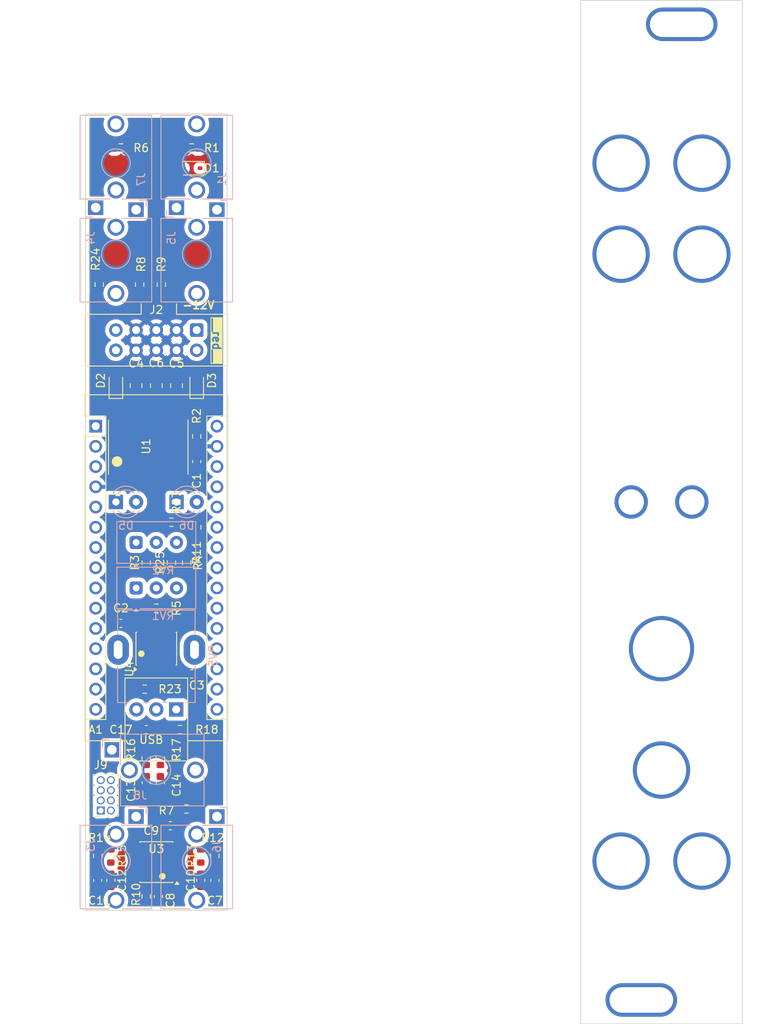
<source format=kicad_pcb>
(kicad_pcb (version 20241229) (generator "pcbnew") (generator_version "9.0")
  (layers (0 "F.Cu" signal) (2 "B.Cu" signal) (13 "F.Paste" user) (15 "B.Paste" user) (5 "F.SilkS" user "F.Silkscreen") (7 "B.SilkS" user "B.Silkscreen") (1 "F.Mask" user) (3 "B.Mask" user) (25 "Edge.Cuts" user))
  (net 0 "")
  (net 1 "B_GND")
  (net 4 "CLOCK2")
  (net 9 "B_+12V")
  (net 14 "B_+5V")
  (net 16 "Net-(C7-Pad1)")
  (net 23 "Net-(J7-PadT)")
  (net 24 "Net-(J7-PadR)")
  (net 25 "B_-12V")
  (net 26 "Net-(D1-A)")
  (net 27 "Net-(D1-K)")
  (net 28 "C_GND")
  (net 29 "Net-(J1-PadT)")
  (net 30 "Net-(J3-PadT)")
  (net 32 "Net-(J4-PadT)")
  (net 34 "Net-(J5-PadT)")
  (net 35 "Net-(J6-PadT)")
  (net 38 "Net-(C11-Pad1)")
  (net 39 "MIDI_IN")
  (net 40 "Net-(C13-Pad1)")
  (net 43 "CLOCK")
  (net 44 "Net-(R10-Pad2)")
  (net 45 "Net-(D5-K)")
  (net 46 "Net-(D6-K)")
  (net 48 "Net-(J8-PadT)")
  (net 49 "Net-(R3-Pad2)")
  (net 50 "Net-(U3B-+)")
  (net 51 "Net-(R25-Pad1)")
  (net 53 "GATE")
  (net 54 "PITCH")
  (net 55 "CC")
  (net 56 "+12V")
  (net 57 "-12V")
  (net 58 "Net-(U3A-+)")
  (net 59 "Net-(U4A-+)")
  (net 60 "Net-(U3A--)")
  (net 61 "Net-(U3B--)")
  (net 62 "Net-(U4B--)")
  (net 63 "Net-(U4A--)")
  (net 64 "Net-(R18-Pad1)")
  (net 73 "SLEW_OUT")
  (net 74 "SLEW_IN")
  (footprint "Capacitor_SMD:C_0805_2012Metric" (layer "F.Cu") (at 127 79.375 90)
    (property "Reference" "C6" (at 2.86 0 180) (layer "F.SilkS"))
    (property "Value" "10u")
    (pad "1" smd roundrect (at -0.95 0 90) (size 1 1.45) (layers "F.Cu" "F.Mask" "F.Paste") (net 14 "B_+5V"))
    (pad "2" smd roundrect (at 0.95 0 90) (size 1 1.45) (layers "F.Cu" "F.Mask" "F.Paste") (net 1 "B_GND"))
  )
  (footprint "Custom:DrillHole_D6.00" (layer "F.Cu") (at 185.42 139.065)
    (property "Reference" "H4" (hide yes))
    (property "Value" "6mm")
    (pad "" thru_hole circle (at 0 0) (size 7.2 7.2) (drill 6.2) (layers "*.Cu" "*.Mask"))
  )
  (footprint "Resistor_SMD:R_0603_1608Metric" (layer "F.Cu") (at 131.445 49.53)
    (property "Reference" "R1" (at 2.54 0 0) (layer "F.SilkS"))
    (property "Value" "220R")
    (pad "1" smd roundrect (at -0.825 0) (size 0.8 0.95) (layers "F.Cu" "F.Mask" "F.Paste") (net 29 "Net-(J1-PadT)"))
    (pad "2" smd roundrect (at 0.825 0) (size 0.8 0.95) (layers "F.Cu" "F.Mask" "F.Paste") (net 27 "Net-(D1-K)"))
  )
  (footprint "Diode_SMD:D_SOD-323" (layer "F.Cu") (at 132.08 79.375 90)
    (property "Reference" "D3" (at 0.635 1.905 90) (layer "F.SilkS"))
    (property "Value" "1N5819WS")
    (pad "1" smd roundrect (at -1.05 0 90) (size 0.6 0.45) (layers "F.Cu" "F.Mask" "F.Paste") (net 57 "-12V"))
    (pad "2" smd roundrect (at 1.05 0 90) (size 0.6 0.45) (layers "F.Cu" "F.Mask" "F.Paste") (net 25 "B_-12V"))
  )
  (footprint "Capacitor_SMD:C_0603_1608Metric" (layer "F.Cu") (at 122.555 109.22 180)
    (property "Reference" "C2" (at 0 1.905 180) (layer "F.SilkS"))
    (property "Value" "100n")
    (pad "1" smd roundrect (at -0.775 0 180) (size 0.9 0.95) (layers "F.Cu" "F.Mask" "F.Paste") (net 9 "B_+12V"))
    (pad "2" smd roundrect (at 0.775 0 180) (size 0.9 0.95) (layers "F.Cu" "F.Mask" "F.Paste") (net 1 "B_GND"))
  )
  (footprint "Capacitor_SMD:C_0603_1608Metric" (layer "F.Cu") (at 134.366 141.478 -90)
    (property "Reference" "C7" (at 2.54 0 180) (layer "F.SilkS"))
    (property "Value" "1n")
    (pad "1" smd roundrect (at -0.775 0 270) (size 0.9 0.95) (layers "F.Cu" "F.Mask" "F.Paste") (net 16 "Net-(C7-Pad1)"))
    (pad "2" smd roundrect (at 0.775 0 270) (size 0.9 0.95) (layers "F.Cu" "F.Mask" "F.Paste") (net 1 "B_GND"))
  )
  (footprint "Diode_SMD:D_SOD-323" (layer "F.Cu") (at 131.445 52.07 180)
    (property "Reference" "D1" (at -2.54 0 0) (layer "F.SilkS"))
    (property "Value" "1N4148WS")
    (pad "1" smd roundrect (at -1.05 0 180) (size 0.6 0.45) (layers "F.Cu" "F.Mask" "F.Paste") (net 27 "Net-(D1-K)"))
    (pad "2" smd roundrect (at 1.05 0 180) (size 0.6 0.45) (layers "F.Cu" "F.Mask" "F.Paste") (net 26 "Net-(D1-A)"))
  )
  (footprint "Resistor_SMD:R_0603_1608Metric" (layer "F.Cu") (at 127 107.315)
    (property "Reference" "R5" (at 2.54 0 270) (layer "F.SilkS"))
    (property "Value" "220R")
    (pad "1" smd roundrect (at -0.825 0) (size 0.8 0.95) (layers "F.Cu" "F.Mask" "F.Paste") (net 62 "Net-(U4B--)"))
    (pad "2" smd roundrect (at 0.825 0) (size 0.8 0.95) (layers "F.Cu" "F.Mask" "F.Paste") (net 24 "Net-(J7-PadR)"))
  )
  (footprint "Capacitor_SMD:C_0603_1608Metric" (layer "F.Cu") (at 119.634 141.478 -90)
    (property "Reference" "C11" (at 2.54 -0.254 180) (layer "F.SilkS"))
    (property "Value" "1n")
    (pad "1" smd roundrect (at -0.775 0 270) (size 0.9 0.95) (layers "F.Cu" "F.Mask" "F.Paste") (net 38 "Net-(C11-Pad1)"))
    (pad "2" smd roundrect (at 0.775 0 270) (size 0.9 0.95) (layers "F.Cu" "F.Mask" "F.Paste") (net 1 "B_GND"))
  )
  (footprint "Resistor_SMD:R_0603_1608Metric" (layer "F.Cu") (at 130.81 101.6 -90)
    (property "Reference" "R4" (at 0 -1.43 90) (layer "F.SilkS"))
    (property "Value" "100k")
    (pad "1" smd roundrect (at -0.825 0 270) (size 0.8 0.95) (layers "F.Cu" "F.Mask" "F.Paste") (net 61 "Net-(U3B--)"))
    (pad "2" smd roundrect (at 0.825 0 270) (size 0.8 0.95) (layers "F.Cu" "F.Mask" "F.Paste") (net 14 "B_+5V"))
  )
  (footprint "Diode_SMD:D_SOD-323" (layer "F.Cu") (at 121.92 79.375 90)
    (property "Reference" "D2" (at 0.635 -1.905 90) (layer "F.SilkS"))
    (property "Value" "1N5819WS")
    (pad "1" smd roundrect (at -1.05 0 90) (size 0.6 0.45) (layers "F.Cu" "F.Mask" "F.Paste") (net 9 "B_+12V"))
    (pad "2" smd roundrect (at 1.05 0 90) (size 0.6 0.45) (layers "F.Cu" "F.Mask" "F.Paste") (net 56 "+12V"))
  )
  (footprint "Resistor_SMD:R_0603_1608Metric" (layer "F.Cu") (at 130.81 132.525 180)
    (property "Reference" "R7" (at 2.54 -0.19 0) (layer "F.SilkS"))
    (property "Value" "1k")
    (pad "1" smd roundrect (at -0.825 0 180) (size 0.8 0.95) (layers "F.Cu" "F.Mask" "F.Paste") (net 74 "SLEW_IN"))
    (pad "2" smd roundrect (at 0.825 0 180) (size 0.8 0.95) (layers "F.Cu" "F.Mask" "F.Paste") (net 60 "Net-(U3A--)"))
  )
  (footprint "Resistor_SMD:R_0603_1608Metric" (layer "F.Cu") (at 132.08 97.155 90)
    (property "Reference" "R11" (at -3.175 0 90) (layer "F.SilkS"))
    (property "Value" "1k")
    (pad "1" smd roundrect (at -0.825 0 90) (size 0.8 0.95) (layers "F.Cu" "F.Mask" "F.Paste") (net 35 "Net-(J6-PadT)"))
    (pad "2" smd roundrect (at 0.825 0 90) (size 0.8 0.95) (layers "F.Cu" "F.Mask" "F.Paste") (net 53 "GATE"))
  )
  (footprint "Capacitor_SMD:C_0805_2012Metric" (layer "F.Cu") (at 129.54 79.375 -90)
    (property "Reference" "C5" (at -2.794 0 180) (layer "F.SilkS"))
    (property "Value" "10u")
    (pad "1" smd roundrect (at -0.95 0 270) (size 1 1.45) (layers "F.Cu" "F.Mask" "F.Paste") (net 1 "B_GND"))
    (pad "2" smd roundrect (at 0.95 0 270) (size 1 1.45) (layers "F.Cu" "F.Mask" "F.Paste") (net 25 "B_-12V"))
  )
  (footprint "Custom:DrillHole_D6.00" (layer "F.Cu") (at 185.42 51.435)
    (property "Reference" "H1" (hide yes))
    (property "Value" "6mm")
    (pad "" thru_hole circle (at 0 0) (size 7.2 7.2) (drill 6.2) (layers "*.Cu" "*.Mask"))
  )
  (footprint "Custom:DrillHole_D6.00" (layer "F.Cu") (at 195.58 62.865)
    (property "Reference" "H6" (hide yes))
    (property "Value" "6mm")
    (pad "" thru_hole circle (at 0 0) (size 7.2 7.2) (drill 6.2) (layers "*.Cu" "*.Mask"))
  )
  (footprint "Custom:DrillHole_D3.00" (layer "F.Cu") (at 194.31 93.98)
    (property "Reference" "H9" (hide yes))
    (property "Value" "3mm")
    (pad "" thru_hole circle (at 0 0) (size 4.2 4.2) (drill 3.2) (layers "*.Cu" "*.Mask"))
  )
  (footprint "Resistor_SMD:R_0603_1608Metric" (layer "F.Cu") (at 125.73 143.51 90)
    (property "Reference" "R10" (at 0.254 -1.27 90) (layer "F.SilkS"))
    (property "Value" "1k")
    (pad "1" smd roundrect (at -0.825 0 90) (size 0.8 0.95) (layers "F.Cu" "F.Mask" "F.Paste") (net 30 "Net-(J3-PadT)"))
    (pad "2" smd roundrect (at 0.825 0 90) (size 0.8 0.95) (layers "F.Cu" "F.Mask" "F.Paste") (net 44 "Net-(R10-Pad2)"))
  )
  (footprint "Resistor_SMD:R_0603_1608Metric" (layer "F.Cu") (at 121.285 138.43 90)
    (property "Reference" "R15" (at 0 1.397 90) (layer "F.SilkS"))
    (property "Value" "15k")
    (pad "1" smd roundrect (at -0.825 0 90) (size 0.8 0.95) (layers "F.Cu" "F.Mask" "F.Paste") (net 50 "Net-(U3B-+)"))
    (pad "2" smd roundrect (at 0.825 0 90) (size 0.8 0.95) (layers "F.Cu" "F.Mask" "F.Paste") (net 38 "Net-(C11-Pad1)"))
  )
  (footprint "Resistor_SMD:R_0603_1608Metric" (layer "F.Cu") (at 134.366 138.43 90)
    (property "Reference" "R12" (at 2.286 -0.254 0) (layer "F.SilkS"))
    (property "Value" "15k")
    (pad "1" smd roundrect (at -0.825 0 90) (size 0.8 0.95) (layers "F.Cu" "F.Mask" "F.Paste") (net 16 "Net-(C7-Pad1)"))
    (pad "2" smd roundrect (at 0.825 0 90) (size 0.8 0.95) (layers "F.Cu" "F.Mask" "F.Paste") (net 54 "PITCH"))
  )
  (footprint "Capacitor_SMD:C_0603_1608Metric" (layer "F.Cu") (at 132.588 141.478 -90)
    (property "Reference" "C10" (at 0 1.27 90) (layer "F.SilkS"))
    (property "Value" "1n")
    (pad "1" smd roundrect (at -0.775 0 270) (size 0.9 0.95) (layers "F.Cu" "F.Mask" "F.Paste") (net 58 "Net-(U3A-+)"))
    (pad "2" smd roundrect (at 0.775 0 270) (size 0.9 0.95) (layers "F.Cu" "F.Mask" "F.Paste") (net 1 "B_GND"))
  )
  (footprint "Custom:Front_Plate_4hp_cut" (layer "F.Cu") (at 190.5 95.25)
    (property "Reference" "B3" (hide yes))
    (property "Value" "Front_Plate" (hide yes))
    (fp_rect (start -10.16 -64.25) (end 10.16 64.25) (stroke (width 0.1)) (fill no) (layer "Edge.Cuts"))
    (pad "" thru_hole oval (at -2.54 61.25) (size 9 4.2) (drill oval 8 3.2) (layers "*.Cu" "*.Mask"))
    (pad "" thru_hole oval (at 2.54 -61.25) (size 9 4.2) (drill oval 8 3.2) (layers "*.Cu" "*.Mask"))
  )
  (footprint "Resistor_SMD:R_0603_1608Metric" (layer "F.Cu") (at 127.635 66.675 -90)
    (property "Reference" "R9" (at -2.54 0 90) (layer "F.SilkS"))
    (property "Value" "1k")
    (pad "1" smd roundrect (at -0.825 0 270) (size 0.8 0.95) (layers "F.Cu" "F.Mask" "F.Paste") (net 34 "Net-(J5-PadT)"))
    (pad "2" smd roundrect (at 0.825 0 270) (size 0.8 0.95) (layers "F.Cu" "F.Mask" "F.Paste") (net 4 "CLOCK2"))
  )
  (footprint "Custom:DrillHole_D7.00" (layer "F.Cu") (at 190.5 112.395)
    (property "Reference" "H10" (hide yes))
    (property "Value" "7mm")
    (pad "" thru_hole circle (at 0 0) (size 8.2 8.2) (drill 7.2) (layers "*.Cu" "*.Mask"))
  )
  (footprint "Capacitor_SMD:C_0603_1608Metric" (layer "F.Cu") (at 121.285 141.478 -90)
    (property "Reference" "C12" (at 0 -1.397 270) (layer "F.SilkS"))
    (property "Value" "1n")
    (pad "1" smd roundrect (at -0.775 0 270) (size 0.9 0.95) (layers "F.Cu" "F.Mask" "F.Paste") (net 50 "Net-(U3B-+)"))
    (pad "2" smd roundrect (at 0.775 0 270) (size 0.9 0.95) (layers "F.Cu" "F.Mask" "F.Paste") (net 1 "B_GND"))
  )
  (footprint "Capacitor_SMD:C_0805_2012Metric" (layer "F.Cu") (at 124.46 79.375 90)
    (property "Reference" "C4" (at 2.794 0 180) (layer "F.SilkS"))
    (property "Value" "10u")
    (pad "1" smd roundrect (at -0.95 0 90) (size 1 1.45) (layers "F.Cu" "F.Mask" "F.Paste") (net 9 "B_+12V"))
    (pad "2" smd roundrect (at 0.95 0 90) (size 1 1.45) (layers "F.Cu" "F.Mask" "F.Paste") (net 1 "B_GND"))
  )
  (footprint "Resistor_SMD:R_0603_1608Metric" (layer "F.Cu") (at 119.634 138.43 90)
    (property "Reference" "R14" (at 2.286 0.254 0) (layer "F.SilkS"))
    (property "Value" "15k")
    (pad "1" smd roundrect (at -0.825 0 90) (size 0.8 0.95) (layers "F.Cu" "F.Mask" "F.Paste") (net 38 "Net-(C11-Pad1)"))
    (pad "2" smd roundrect (at 0.825 0 90) (size 0.8 0.95) (layers "F.Cu" "F.Mask" "F.Paste") (net 73 "SLEW_OUT"))
  )
  (footprint "Package_SO:SOP-8_6.605x9.655mm_P2.54mm" (layer "F.Cu") (at 125.984 87.09 90)
    (property "Reference" "U1" (at 0.095 -0.254 90) (layer "F.SilkS"))
    (property "Value" "6N137")
    (pad "1" smd roundrect (at -4.35 -3.81 90) (size 2.3 1.85) (layers "F.Cu" "F.Mask" "F.Paste") (roundrect_rratio 0.135135))
    (pad "2" smd roundrect (at -4.35 -1.27 90) (size 2.3 1.85) (layers "F.Cu" "F.Mask" "F.Paste") (roundrect_rratio 0.135135) (net 27 "Net-(D1-K)"))
    (pad "3" smd roundrect (at -4.35 1.27 90) (size 2.3 1.85) (layers "F.Cu" "F.Mask" "F.Paste") (roundrect_rratio 0.135135) (net 26 "Net-(D1-A)"))
    (pad "4" smd roundrect (at -4.35 3.81 90) (size 2.3 1.85) (layers "F.Cu" "F.Mask" "F.Paste") (roundrect_rratio 0.135135))
    (pad "5" smd roundrect (at 4.35 3.81 90) (size 2.3 1.85) (layers "F.Cu" "F.Mask" "F.Paste") (roundrect_rratio 0.135135) (net 1 "B_GND"))
    (pad "6" smd roundrect (at 4.35 1.27 90) (size 2.3 1.85) (layers "F.Cu" "F.Mask" "F.Paste") (roundrect_rratio 0.135135) (net 39 "MIDI_IN"))
    (pad "7" smd roundrect (at 4.35 -1.27 90) (size 2.3 1.85) (layers "F.Cu" "F.Mask" "F.Paste") (roundrect_rratio 0.135135))
    (pad "8" smd roundrect (at 4.35 -3.81 90) (size 2.3 1.85) (layers "F.Cu" "F.Mask" "F.Paste") (roundrect_rratio 0.135135) (net 14 "B_+5V"))
  )
  (footprint "Package_SO:SOIC-8_3.9x4.9mm_P1.27mm" (layer "F.Cu") (at 127 112.395 90)
    (property "Reference" "U4" (at -2.54 -3.4 90) (layer "F.SilkS"))
    (property "Value" "TL072")
    (pad "1" smd roundrect (at -2.475 -1.905 90) (size 1.95 0.6) (layers "F.Cu" "F.Mask" "F.Paste") (net 63 "Net-(U4A--)"))
    (pad "2" smd roundrect (at -2.475 -0.635 90) (size 1.95 0.6) (layers "F.Cu" "F.Mask" "F.Paste") (net 63 "Net-(U4A--)"))
    (pad "3" smd roundrect (at -2.475 0.635 90) (size 1.95 0.6) (layers "F.Cu" "F.Mask" "F.Paste") (net 59 "Net-(U4A-+)"))
    (pad "4" smd roundrect (at -2.475 1.905 90) (size 1.95 0.6) (layers "F.Cu" "F.Mask" "F.Paste") (net 25 "B_-12V"))
    (pad "5" smd roundrect (at 2.475 1.905 90) (size 1.95 0.6) (layers "F.Cu" "F.Mask" "F.Paste") (net 39 "MIDI_IN"))
    (pad "6" smd roundrect (at 2.475 0.635 90) (size 1.95 0.6) (layers "F.Cu" "F.Mask" "F.Paste") (net 62 "Net-(U4B--)"))
    (pad "7" smd roundrect (at 2.475 -0.635 90) (size 1.95 0.6) (layers "F.Cu" "F.Mask" "F.Paste") (net 62 "Net-(U4B--)"))
    (pad "8" smd roundrect (at 2.475 -1.905 90) (size 1.95 0.6) (layers "F.Cu" "F.Mask" "F.Paste") (net 9 "B_+12V"))
  )
  (footprint "Resistor_SMD:R_0603_1608Metric" (layer "F.Cu") (at 129.985 122.555)
    (property "Reference" "R18" (at 3.365 0 0) (layer "F.SilkS"))
    (property "Value" "100")
    (pad "1" smd roundrect (at -0.825 0) (size 0.8 0.95) (layers "F.Cu" "F.Mask" "F.Paste") (net 64 "Net-(R18-Pad1)"))
    (pad "2" smd roundrect (at 0.825 0) (size 0.8 0.95) (layers "F.Cu" "F.Mask" "F.Paste") (net 74 "SLEW_IN"))
  )
  (footprint "Capacitor_SMD:C_0603_1608Metric" (layer "F.Cu") (at 128.765 134.62)
    (property "Reference" "C9" (at -2.4 0.635 180) (layer "F.SilkS"))
    (property "Value" "100n")
    (pad "1" smd roundrect (at -0.775 0) (size 0.9 0.95) (layers "F.Cu" "F.Mask" "F.Paste") (net 1 "B_GND"))
    (pad "2" smd roundrect (at 0.775 0) (size 0.9 0.95) (layers "F.Cu" "F.Mask" "F.Paste") (net 25 "B_-12V"))
  )
  (footprint "Resistor_SMD:R_0603_1608Metric" (layer "F.Cu") (at 128.905 96.52 180)
    (property "Reference" "R27" (at -0.635 2.54 90) (layer "F.SilkS"))
    (property "Value" "1k")
    (pad "1" smd roundrect (at -0.825 0 180) (size 0.8 0.95) (layers "F.Cu" "F.Mask" "F.Paste") (net 46 "Net-(D6-K)"))
    (pad "2" smd roundrect (at 0.825 0 180) (size 0.8 0.95) (layers "F.Cu" "F.Mask" "F.Paste") (net 28 "C_GND"))
  )
  (footprint "Resistor_SMD:R_0603_1608Metric" (layer "F.Cu") (at 132.588 138.43 90)
    (property "Reference" "R13" (at 0 -1.143 90) (layer "F.SilkS"))
    (property "Value" "15k")
    (pad "1" smd roundrect (at -0.825 0 90) (size 0.8 0.95) (layers "F.Cu" "F.Mask" "F.Paste") (net 58 "Net-(U3A-+)"))
    (pad "2" smd roundrect (at 0.825 0 90) (size 0.8 0.95) (layers "F.Cu" "F.Mask" "F.Paste") (net 16 "Net-(C7-Pad1)"))
  )
  (footprint "Resistor_SMD:R_0603_1608Metric" (layer "F.Cu") (at 127.508 126.175 90)
    (property "Reference" "R17" (at 1.08 2.032 270) (layer "F.SilkS"))
    (property "Value" "15k")
    (pad "1" smd roundrect (at -0.825 0 90) (size 0.8 0.95) (layers "F.Cu" "F.Mask" "F.Paste") (net 59 "Net-(U4A-+)"))
    (pad "2" smd roundrect (at 0.825 0 90) (size 0.8 0.95) (layers "F.Cu" "F.Mask" "F.Paste") (net 40 "Net-(C13-Pad1)"))
  )
  (footprint "Resistor_SMD:R_0603_1608Metric" (layer "F.Cu") (at 122.555 49.53)
    (property "Reference" "R6" (at 2.54 0 0) (layer "F.SilkS"))
    (property "Value" "220R")
    (pad "1" smd roundrect (at -0.825 0) (size 0.8 0.95) (layers "F.Cu" "F.Mask" "F.Paste") (net 14 "B_+5V"))
    (pad "2" smd roundrect (at 0.825 0) (size 0.8 0.95) (layers "F.Cu" "F.Mask" "F.Paste") (net 23 "Net-(J7-PadT)"))
  )
  (footprint "Custom:DrillHole_D6.00" (layer "F.Cu") (at 195.58 51.435)
    (property "Reference" "H5" (hide yes))
    (property "Value" "6mm")
    (pad "" thru_hole circle (at 0 0) (size 7.2 7.2) (drill 6.2) (layers "*.Cu" "*.Mask"))
  )
  (footprint "Connector_PinSocket_1.27mm:PinSocket_2x04_P1.27mm_Vertical" (layer "F.Cu") (at 120.015 132.715 180)
    (property "Reference" "J9" (at 0 5.715 180) (layer "F.SilkS"))
    (property "Value" "Conn_02x04_Odd_Even")
    (pad "1" thru_hole rect (at 0 0 180) (size 1 1) (drill 0.7) (layers "*.Cu" "*.Mask"))
    (pad "2" thru_hole circle (at -1.27 0 180) (size 1 1) (drill 0.7) (layers "*.Cu" "*.Mask"))
    (pad "3" thru_hole circle (at 0 1.27 180) (size 1 1) (drill 0.7) (layers "*.Cu" "*.Mask"))
    (pad "4" thru_hole circle (at -1.27 1.27 180) (size 1 1) (drill 0.7) (layers "*.Cu" "*.Mask"))
    (pad "5" thru_hole circle (at 0 2.54 180) (size 1 1) (drill 0.7) (layers "*.Cu" "*.Mask"))
    (pad "6" thru_hole circle (at -1.27 2.54 180) (size 1 1) (drill 0.7) (layers "*.Cu" "*.Mask"))
    (pad "7" thru_hole circle (at 0 3.81 180) (size 1 1) (drill 0.7) (layers "*.Cu" "*.Mask"))
    (pad "8" thru_hole circle (at -1.27 3.81 180) (size 1 1) (drill 0.7) (layers "*.Cu" "*.Mask"))
  )
  (footprint "Custom:Board_4hp_100mm" (layer "F.Cu") (at 127 95.25)
    (property "Reference" "B2" (hide yes))
    (property "Value" "Board" (hide yes))
    (fp_rect (start -8.89 -50) (end 8.89 50) (stroke (width 0.1)) (fill no) (layer "Edge.Cuts"))
  )
  (footprint "Custom:DrillHole_D3.00" (layer "F.Cu") (at 186.69 93.98)
    (property "Reference" "H8" (hide yes))
    (property "Value" "3mm")
    (pad "" thru_hole circle (at 0 0) (size 4.2 4.2) (drill 3.2) (layers "*.Cu" "*.Mask"))
  )
  (footprint "Custom:IDC-Header_2x05_P2.54mm_Vertical_PinOnly" (layer "F.Cu") (at 132.08 72.39 -90)
    (property "Reference" "J2" (at -2.54 5.08 0) (layer "F.SilkS"))
    (property "Value" "EuroPower10_THT")
    (fp_text user "-12V" (at -2.54 1.905 0) (layer "F.SilkS") (effects (font (thickness 0.2) (bold yes)) (justify left bottom)))
    (fp_text user "__red__" (at -1.524 -1.905 270) (layer "F.SilkS" knockout) (effects (font (thickness 0.2) (bold yes)) (justify left bottom)))
    (pad "1" thru_hole roundrect (at 0 0 270) (size 1.7 1.7) (drill 1) (layers "*.Cu" "*.Mask") (roundrect_rratio 0.147059) (net 57 "-12V"))
    (pad "2" thru_hole circle (at 2.54 0 270) (size 1.7 1.7) (drill 1) (layers "*.Cu" "*.Mask") (net 57 "-12V"))
    (pad "3" thru_hole circle (at 0 2.54 270) (size 1.7 1.7) (drill 1) (layers "*.Cu" "*.Mask") (net 1 "B_GND"))
    (pad "4" thru_hole circle (at 2.54 2.54 270) (size 1.7 1.7) (drill 1) (layers "*.Cu" "*.Mask") (net 1 "B_GND"))
    (pad "5" thru_hole circle (at 0 5.08 270) (size 1.7 1.7) (drill 1) (layers "*.Cu" "*.Mask") (net 1 "B_GND"))
    (pad "6" thru_hole circle (at 2.54 5.08 270) (size 1.7 1.7) (drill 1) (layers "*.Cu" "*.Mask") (net 1 "B_GND"))
    (pad "7" thru_hole circle (at 0 7.62 270) (size 1.7 1.7) (drill 1) (layers "*.Cu" "*.Mask") (net 1 "B_GND"))
    (pad "8" thru_hole circle (at 2.54 7.62 270) (size 1.7 1.7) (drill 1) (layers "*.Cu" "*.Mask") (net 1 "B_GND"))
    (pad "9" thru_hole circle (at 0 10.16 270) (size 1.7 1.7) (drill 1) (layers "*.Cu" "*.Mask") (net 56 "+12V"))
    (pad "10" thru_hole circle (at 2.54 10.16 270) (size 1.7 1.7) (drill 1) (layers "*.Cu" "*.Mask") (net 56 "+12V"))
  )
  (footprint "Capacitor_SMD:C_0603_1608Metric" (layer "F.Cu") (at 132.08 88.9 90)
    (property "Reference" "C1" (at -2.413 0 90) (layer "F.SilkS"))
    (property "Value" "100n")
    (pad "1" smd roundrect (at -0.775 0 90) (size 0.9 0.95) (layers "F.Cu" "F.Mask" "F.Paste") (net 14 "B_+5V"))
    (pad "2" smd roundrect (at 0.775 0 90) (size 0.9 0.95) (layers "F.Cu" "F.Mask" "F.Paste") (net 1 "B_GND"))
  )
  (footprint "Resistor_SMD:R_0603_1608Metric" (layer "F.Cu") (at 125.54 117.475)
    (property "Reference" "R23" (at 3.175 0 0) (layer "F.SilkS"))
    (property "Value" "1k")
    (pad "1" smd roundrect (at -0.825 0) (size 0.8 0.95) (layers "F.Cu" "F.Mask" "F.Paste") (net 48 "Net-(J8-PadT)"))
    (pad "2" smd roundrect (at 0.825 0) (size 0.8 0.95) (layers "F.Cu" "F.Mask" "F.Paste") (net 63 "Net-(U4A--)"))
  )
  (footprint "Capacitor_SMD:C_0603_1608Metric" (layer "F.Cu") (at 125.73 129.223 -90)
    (property "Reference" "C13" (at 0.952 1.905 270) (layer "F.SilkS"))
    (property "Value" "1n")
    (pad "1" smd roundrect (at -0.775 0 270) (size 0.9 0.95) (layers "F.Cu" "F.Mask" "F.Paste") (net 40 "Net-(C13-Pad1)"))
    (pad "2" smd roundrect (at 0.775 0 270) (size 0.9 0.95) (layers "F.Cu" "F.Mask" "F.Paste") (net 1 "B_GND"))
  )
  (footprint "Resistor_SMD:R_0603_1608Metric" (layer "F.Cu") (at 124.905 66.675 -90)
    (property "Reference" "R8" (at -2.54 -0.19 90) (layer "F.SilkS"))
    (property "Value" "1k")
    (pad "1" smd roundrect (at -0.825 0 270) (size 0.8 0.95) (layers "F.Cu" "F.Mask" "F.Paste") (net 32 "Net-(J4-PadT)"))
    (pad "2" smd roundrect (at 0.825 0 270) (size 0.8 0.95) (layers "F.Cu" "F.Mask" "F.Paste") (net 43 "CLOCK"))
  )
  (footprint "Capacitor_SMD:C_0603_1608Metric" (layer "F.Cu") (at 125.73 122.555)
    (property "Reference" "C17" (at -3.175 0 0) (layer "F.SilkS"))
    (property "Value" "10n")
    (pad "1" smd roundrect (at -0.775 0) (size 0.9 0.95) (layers "F.Cu" "F.Mask" "F.Paste") (net 73 "SLEW_OUT"))
    (pad "2" smd roundrect (at 0.775 0) (size 0.9 0.95) (layers "F.Cu" "F.Mask" "F.Paste") (net 1 "B_GND"))
  )
  (footprint "Module:Arduino_Nano" (layer "F.Cu") (at 119.38 84.455)
    (property "Reference" "A1" (at 0 38.1 0) (layer "F.SilkS"))
    (property "Value" "Arduino_Nano_v3.x")
    (fp_text user "USB" (at 6.985 39.37 0) (layer "F.SilkS"))
    (pad "1" thru_hole rect (at 0 0) (size 1.6 1.6) (drill 1) (layers "*.Cu" "*.Mask") (net 43 "CLOCK"))
    (pad "2" thru_hole oval (at 0 2.54) (size 1.6 1.6) (drill 1) (layers "*.Cu" "*.Mask") (net 4 "CLOCK2"))
    (pad "3" thru_hole oval (at 0 5.08) (size 1.6 1.6) (drill 1) (layers "*.Cu" "*.Mask"))
    (pad "4" thru_hole oval (at 0 7.62) (size 1.6 1.6) (drill 1) (layers "*.Cu" "*.Mask") (net 1 "B_GND"))
    (pad "5" thru_hole oval (at 0 10.16) (size 1.6 1.6) (drill 1) (layers "*.Cu" "*.Mask"))
    (pad "6" thru_hole oval (at 0 12.7) (size 1.6 1.6) (drill 1) (layers "*.Cu" "*.Mask"))
    (pad "7" thru_hole oval (at 0 15.24) (size 1.6 1.6) (drill 1) (layers "*.Cu" "*.Mask"))
    (pad "8" thru_hole oval (at 0 17.78) (size 1.6 1.6) (drill 1) (layers "*.Cu" "*.Mask"))
    (pad "9" thru_hole oval (at 0 20.32) (size 1.6 1.6) (drill 1) (layers "*.Cu" "*.Mask"))
    (pad "10" thru_hole oval (at 0 22.86) (size 1.6 1.6) (drill 1) (layers "*.Cu" "*.Mask"))
    (pad "11" thru_hole oval (at 0 25.4) (size 1.6 1.6) (drill 1) (layers "*.Cu" "*.Mask"))
    (pad "12" thru_hole oval (at 0 27.94) (size 1.6 1.6) (drill 1) (layers "*.Cu" "*.Mask") (net 55 "CC"))
    (pad "13" thru_hole oval (at 0 30.48) (size 1.6 1.6) (drill 1) (layers "*.Cu" "*.Mask"))
    (pad "14" thru_hole oval (at 0 33.02) (size 1.6 1.6) (drill 1) (layers "*.Cu" "*.Mask"))
    (pad "15" thru_hole oval (at 0 35.56) (size 1.6 1.6) (drill 1) (layers "*.Cu" "*.Mask"))
    (pad "16" thru_hole oval (at 15.24 35.56) (size 1.6 1.6) (drill 1) (layers "*.Cu" "*.Mask") (net 54 "PITCH"))
    (pad "17" thru_hole oval (at 15.24 33.02) (size 1.6 1.6) (drill 1) (layers "*.Cu" "*.Mask"))
    (pad "18" thru_hole oval (at 15.24 30.48) (size 1.6 1.6) (drill 1) (layers "*.Cu" "*.Mask"))
    (pad "19" thru_hole oval (at 15.24 27.94) (size 1.6 1.6) (drill 1) (layers "*.Cu" "*.Mask"))
    (pad "20" thru_hole oval (at 15.24 25.4) (size 1.6 1.6) (drill 1) (layers "*.Cu" "*.Mask"))
    (pad "21" thru_hole oval (at 15.24 22.86) (size 1.6 1.6) (drill 1) (layers "*.Cu" "*.Mask") (net 39 "MIDI_IN"))
    (pad "22" thru_hole oval (at 15.24 20.32) (size 1.6 1.6) (drill 1) (layers "*.Cu" "*.Mask"))
    (pad "23" thru_hole oval (at 15.24 17.78) (size 1.6 1.6) (drill 1) (layers "*.Cu" "*.Mask"))
    (pad "24" thru_hole oval (at 15.24 15.24) (size 1.6 1.6) (drill 1) (layers "*.Cu" "*.Mask"))
    (pad "25" thru_hole oval (at 15.24 12.7) (size 1.6 1.6) (drill 1) (layers "*.Cu" "*.Mask"))
    (pad "26" thru_hole oval (at 15.24 10.16) (size 1.6 1.6) (drill 1) (layers "*.Cu" "*.Mask") (net 53 "GATE"))
    (pad "27" thru_hole oval (at 15.24 7.62) (size 1.6 1.6) (drill 1) (layers "*.Cu" "*.Mask") (net 14 "B_+5V"))
    (pad "28" thru_hole oval (at 15.24 5.08) (size 1.6 1.6) (drill 1) (layers "*.Cu" "*.Mask"))
    (pad "29" thru_hole oval (at 15.24 2.54) (size 1.6 1.6) (drill 1) (layers "*.Cu" "*.Mask") (net 1 "B_GND"))
    (pad "30" thru_hole oval (at 15.24 0) (size 1.6 1.6) (drill 1) (layers "*.Cu" "*.Mask") (net 9 "B_+12V"))
  )
  (footprint "Resistor_SMD:R_0603_1608Metric" (layer "F.Cu") (at 119.825 66.675 90)
    (property "Reference" "R24" (at 3.175 -0.445 90) (layer "F.SilkS"))
    (property "Value" "1k")
    (pad "1" smd roundrect (at -0.825 0 90) (size 0.8 0.95) (layers "F.Cu" "F.Mask" "F.Paste") (net 45 "Net-(D5-K)"))
    (pad "2" smd roundrect (at 0.825 0 90) (size 0.8 0.95) (layers "F.Cu" "F.Mask" "F.Paste") (net 28 "C_GND"))
  )
  (footprint "Custom:DrillHole_D6.00" (layer "F.Cu") (at 185.42 62.865)
    (property "Reference" "H2" (hide yes))
    (property "Value" "6mm")
    (pad "" thru_hole circle (at 0 0) (size 7.2 7.2) (drill 6.2) (layers "*.Cu" "*.Mask"))
  )
  (footprint "Resistor_SMD:R_0603_1608Metric" (layer "F.Cu") (at 125.73 101.6 90)
    (property "Reference" "R3" (at 0 -1.43 90) (layer "F.SilkS"))
    (property "Value" "1M")
    (pad "1" smd roundrect (at -0.825 0 90) (size 0.8 0.95) (layers "F.Cu" "F.Mask" "F.Paste") (net 60 "Net-(U3A--)"))
    (pad "2" smd roundrect (at 0.825 0 90) (size 0.8 0.95) (layers "F.Cu" "F.Mask" "F.Paste") (net 49 "Net-(R3-Pad2)"))
  )
  (footprint "Custom:DrillHole_D6.00" (layer "F.Cu") (at 190.5 127.635)
    (property "Reference" "H3" (hide yes))
    (property "Value" "6mm")
    (pad "" thru_hole circle (at 0 0) (size 7.2 7.2) (drill 6.2) (layers "*.Cu" "*.Mask"))
  )
  (footprint "Capacitor_SMD:C_0603_1608Metric" (layer "F.Cu") (at 127.508 129.223 -90)
    (property "Reference" "C14" (at 0.317 -2.032 270) (layer "F.SilkS"))
    (property "Value" "1n")
    (pad "1" smd roundrect (at -0.775 0 270) (size 0.9 0.95) (layers "F.Cu" "F.Mask" "F.Paste") (net 59 "Net-(U4A-+)"))
    (pad "2" smd roundrect (at 0.775 0 270) (size 0.9 0.95) (layers "F.Cu" "F.Mask" "F.Paste") (net 1 "B_GND"))
  )
  (footprint "Resistor_SMD:R_0603_1608Metric" (layer "F.Cu") (at 132.08 85.725 -90)
    (property "Reference" "R2" (at -2.54 0 90) (layer "F.SilkS"))
    (property "Value" "10k")
    (pad "1" smd roundrect (at -0.825 0 270) (size 0.8 0.95) (layers "F.Cu" "F.Mask" "F.Paste") (net 39 "MIDI_IN"))
    (pad "2" smd roundrect (at 0.825 0 270) (size 0.8 0.95) (layers "F.Cu" "F.Mask" "F.Paste") (net 14 "B_+5V"))
  )
  (footprint "Resistor_SMD:R_0603_1608Metric" (layer "F.Cu") (at 128.905 101.6 90)
    (property "Reference" "R25" (at 0 -1.43 90) (layer "F.SilkS"))
    (property "Value" "100k")
    (pad "1" smd roundrect (at -0.825 0 90) (size 0.8 0.95) (layers "F.Cu" "F.Mask" "F.Paste") (net 51 "Net-(R25-Pad1)"))
    (pad "2" smd roundrect (at 0.825 0 90) (size 0.8 0.95) (layers "F.Cu" "F.Mask" "F.Paste") (net 61 "Net-(U3B--)"))
  )
  (footprint "Custom:DrillHole_D6.00" (layer "F.Cu") (at 195.58 139.065)
    (property "Reference" "H7" (hide yes))
    (property "Value" "6mm")
    (pad "" thru_hole circle (at 0 0) (size 7.2 7.2) (drill 6.2) (layers "*.Cu" "*.Mask"))
  )
  (footprint "Capacitor_SMD:C_0603_1608Metric" (layer "F.Cu") (at 127.254 143.51 -90)
    (property "Reference" "C8" (at 0.508 -1.524 90) (layer "F.SilkS"))
    (property "Value" "100n")
    (pad "1" smd roundrect (at -0.775 0 270) (size 0.9 0.95) (layers "F.Cu" "F.Mask" "F.Paste") (net 9 "B_+12V"))
    (pad "2" smd roundrect (at 0.775 0 270) (size 0.9 0.95) (layers "F.Cu" "F.Mask" "F.Paste") (net 1 "B_GND"))
  )
  (footprint "Package_SO:SOIC-8_3.9x4.9mm_P1.27mm" (layer "F.Cu") (at 127 139.192 180)
    (property "Reference" "U3" (at 0 1.651 0) (layer "F.SilkS"))
    (property "Value" "TL072")
    (pad "1" smd roundrect (at -2.475 -1.905 180) (size 1.95 0.6) (layers "F.Cu" "F.Mask" "F.Paste") (net 74 "SLEW_IN"))
    (pad "2" smd roundrect (at -2.475 -0.635 180) (size 1.95 0.6) (layers "F.Cu" "F.Mask" "F.Paste") (net 60 "Net-(U3A--)"))
    (pad "3" smd roundrect (at -2.475 0.635 180) (size 1.95 0.6) (layers "F.Cu" "F.Mask" "F.Paste") (net 58 "Net-(U3A-+)"))
    (pad "4" smd roundrect (at -2.475 1.905 180) (size 1.95 0.6) (layers "F.Cu" "F.Mask" "F.Paste") (net 25 "B_-12V"))
    (pad "5" smd roundrect (at 2.475 1.905 180) (size 1.95 0.6) (layers "F.Cu" "F.Mask" "F.Paste") (net 50 "Net-(U3B-+)"))
    (pad "6" smd roundrect (at 2.475 0.635 180) (size 1.95 0.6) (layers "F.Cu" "F.Mask" "F.Paste") (net 61 "Net-(U3B--)"))
    (pad "7" smd roundrect (at 2.475 -0.635 180) (size 1.95 0.6) (layers "F.Cu" "F.Mask" "F.Paste") (net 44 "Net-(R10-Pad2)"))
    (pad "8" smd roundrect (at 2.475 -1.905 180) (size 1.95 0.6) (layers "F.Cu" "F.Mask" "F.Paste") (net 9 "B_+12V"))
  )
  (footprint "Capacitor_SMD:C_0603_1608Metric" (layer "F.Cu") (at 131.445 115.57 180)
    (property "Reference" "C3" (at -0.635 -1.43 0) (layer "F.SilkS"))
    (property "Value" "100n")
    (pad "1" smd roundrect (at -0.775 0 180) (size 0.9 0.95) (layers "F.Cu" "F.Mask" "F.Paste") (net 1 "B_GND"))
    (pad "2" smd roundrect (at 0.775 0 180) (size 0.9 0.95) (layers "F.Cu" "F.Mask" "F.Paste") (net 25 "B_-12V"))
  )
  (footprint "Resistor_SMD:R_0603_1608Metric" (layer "F.Cu") (at 125.73 126.175 90)
    (property "Reference" "R16" (at 1.08 -1.905 90) (layer "F.SilkS"))
    (property "Value" "15k")
    (pad "1" smd roundrect (at -0.825 0 90) (size 0.8 0.95) (layers "F.Cu" "F.Mask" "F.Paste") (net 40 "Net-(C13-Pad1)"))
    (pad "2" smd roundrect (at 0.825 0 90) (size 0.8 0.95) (layers "F.Cu" "F.Mask" "F.Paste") (net 55 "CC"))
  )
  (footprint "LED_THT:LED_D3.0mm" (layer "B.Cu") (at 129.54 93.98)
    (property "Reference" "D6" (at 1.27 2.96 0) (layer "B.SilkS") (effects (justify mirror)))
    (property "Value" "LED")
    (pad "1" thru_hole rect (at 0 0) (size 1.8 1.8) (drill 0.9) (layers "*.Cu" "*.Mask") (net 46 "Net-(D6-K)"))
    (pad "2" thru_hole circle (at 2.54 0) (size 1.8 1.8) (drill 0.9) (layers "*.Cu" "*.Mask") (net 53 "GATE"))
  )
  (footprint "Potentiometer_THT:Potentiometer_Vishay_T93XA_Horizontal" (layer "B.Cu") (at 124.46 104.775)
    (property "Reference" "RV1" (at 3.4 3.5 180) (layer "B.SilkS") (effects (justify mirror)))
    (property "Value" "20k")
    (pad "1" thru_hole roundrect (at 0 0) (size 1.65 1.65) (drill 0.85) (layers "*.Cu" "*.Mask") (net 44 "Net-(R10-Pad2)"))
    (pad "2" thru_hole circle (at 2.54 0) (size 1.65 1.65) (drill 0.85) (layers "*.Cu" "*.Mask") (net 51 "Net-(R25-Pad1)"))
    (pad "3" thru_hole circle (at 5.08 0) (size 1.65 1.65) (drill 0.85) (layers "*.Cu" "*.Mask") (net 51 "Net-(R25-Pad1)"))
  )
  (footprint "Potentiometer_THT:Potentiometer_Vishay_T93XA_Horizontal" (layer "B.Cu") (at 124.46 99.06)
    (property "Reference" "RV2" (at 3.4 3.5 180) (layer "B.SilkS") (effects (justify mirror)))
    (property "Value" "100k")
    (pad "1" thru_hole roundrect (at 0 0) (size 1.65 1.65) (drill 0.85) (layers "*.Cu" "*.Mask") (net 9 "B_+12V"))
    (pad "2" thru_hole circle (at 2.54 0) (size 1.65 1.65) (drill 0.85) (layers "*.Cu" "*.Mask") (net 49 "Net-(R3-Pad2)"))
    (pad "3" thru_hole circle (at 5.08 0) (size 1.65 1.65) (drill 0.85) (layers "*.Cu" "*.Mask") (net 25 "B_-12V"))
  )
  (footprint "Custom:Jack_3.5mm_QingPu_WQP-PJ398SM_Vertical_CircularHoles_L" (layer "B.Cu") (at 121.92 139.065 180)
    (property "Reference" "J3" (at 3.175 2.032 90) (layer "B.SilkS") (effects (justify mirror)))
    (property "Value" "Pitch")
    (pad "S" thru_hole rect (at -2.54 5.588) (size 1.93 1.83) (drill 1.22) (layers "*.Cu" "*.Mask") (net 28 "C_GND"))
    (pad "T" thru_hole circle (at 0 -4.92) (size 2.13 2.13) (drill 1.43) (layers "*.Cu" "*.Mask") (net 30 "Net-(J3-PadT)"))
    (pad "TN" thru_hole circle (at 0 3.38) (size 2.13 2.13) (drill 1.42) (layers "*.Cu" "*.Mask"))
    (zone (net 0) (net_name "") (layer "B.Cu") (connect_pads (clearance 0)) (min_thickness 0.254)
      (keepout (tracks not_allowed) (vias not_allowed) (pads not_allowed) (copperpour not_allowed) (footprints not_allowed))
      (fill (thermal_gap 0.508) (thermal_bridge_width 0.508))
      (polygon (pts (xy 120.414859 139.065) (xy 120.43507 138.819171) (xy 120.495159 138.579945) (xy 120.593514 138.353744) (xy 120.727492 138.146645) (xy 120.893496 137.96421) (xy 121.087068 137.811336) (xy 121.303008 137.692131) (xy 121.535518 137.609794) (xy 121.778354 137.566539) (xy 122.024993 137.563525) (xy 122.268813 137.600835) (xy 122.503266 137.677466) (xy 122.722054 137.79136) (xy 122.919303 137.939458) (xy 123.089714 138.117784) (xy 123.228712 138.321548) (xy 123.332564 138.545278) (xy 123.398481 138.782965) (xy 123.424692 139.028226) (xy 123.410493 139.274475) (xy 123.356266 139.515099) (xy 123.263468 139.743634) (xy 123.134589 139.953945) (xy 122.973092 140.140382) (xy 122.783313 140.297939) (xy 122.57035 140.422385) (xy 122.339921 140.510377) (xy 122.098215 140.559553) (xy 121.851722 140.568592) (xy 121.607064 140.53725) (xy 121.370809 140.46637) (xy 121.149303 140.357856) (xy 120.948495 140.214621) (xy 120.773777 140.040512) (xy 120.629842 139.840205) (xy 120.520555 139.619079) (xy 120.448851 139.383074) (xy 120.416656 139.138526)))
    )
  )
  (footprint "EuroRackTools:Potentiometer_Alpha_RD901F-40-00D_Single_Vertical" (layer "B.Cu") (at 129.5 120.025 90)
    (property "Reference" "RV5" (at 6.71 4.64 90) (layer "B.SilkS") (effects (justify mirror)))
    (property "Value" "A100k")
    (pad "" thru_hole oval (at 7.5 -7.3) (size 2.72 3.786) (drill oval 1.1 2.3) (layers "*.Cu" "*.Mask"))
    (pad "" thru_hole oval (at 7.5 2.3) (size 2.72 3.786) (drill oval 1.1 2.3) (layers "*.Cu" "*.Mask"))
    (pad "1" thru_hole rect (at 0 0) (size 1.8 1.8) (drill 1) (layers "*.Cu" "*.Mask") (net 64 "Net-(R18-Pad1)"))
    (pad "2" thru_hole circle (at 0 -2.5) (size 1.8 1.8) (drill 1) (layers "*.Cu" "*.Mask") (net 73 "SLEW_OUT"))
    (pad "3" thru_hole circle (at 0 -5) (size 1.8 1.8) (drill 1) (layers "*.Cu" "*.Mask") (net 73 "SLEW_OUT"))
  )
  (footprint "Custom:Jack_3.5mm_QingPu_WQP-PJ398SM_Vertical_CircularHoles_L" (layer "B.Cu") (at 132.08 62.865 180)
    (property "Reference" "J5" (at 3.175 2.032 90) (layer "B.SilkS") (effects (justify mirror)))
    (property "Value" "Clock2")
    (pad "S" thru_hole rect (at -2.54 5.588) (size 1.93 1.83) (drill 1.22) (layers "*.Cu" "*.Mask") (net 28 "C_GND"))
    (pad "T" thru_hole circle (at 0 -4.92) (size 2.13 2.13) (drill 1.43) (layers "*.Cu" "*.Mask") (net 34 "Net-(J5-PadT)"))
    (pad "TN" thru_hole circle (at 0 3.38) (size 2.13 2.13) (drill 1.42) (layers "*.Cu" "*.Mask"))
    (zone (net 0) (net_name "") (layer "B.Cu") (connect_pads (clearance 0)) (min_thickness 0.254)
      (keepout (tracks not_allowed) (vias not_allowed) (pads not_allowed) (copperpour not_allowed) (footprints not_allowed))
      (fill (thermal_gap 0.508) (thermal_bridge_width 0.508))
      (polygon (pts (xy 130.574859 62.865) (xy 130.59507 62.619171) (xy 130.655159 62.379945) (xy 130.753514 62.153744) (xy 130.887492 61.946645) (xy 131.053496 61.76421) (xy 131.247068 61.611336) (xy 131.463008 61.492131) (xy 131.695518 61.409794) (xy 131.938354 61.366539) (xy 132.184993 61.363525) (xy 132.428813 61.400835) (xy 132.663266 61.477466) (xy 132.882054 61.59136) (xy 133.079303 61.739458) (xy 133.249714 61.917784) (xy 133.388712 62.121548) (xy 133.492564 62.345278) (xy 133.558481 62.582965) (xy 133.584692 62.828226) (xy 133.570493 63.074475) (xy 133.516266 63.315099) (xy 133.423468 63.543634) (xy 133.294589 63.753945) (xy 133.133092 63.940382) (xy 132.943313 64.097939) (xy 132.73035 64.222385) (xy 132.499921 64.310377) (xy 132.258215 64.359553) (xy 132.011722 64.368592) (xy 131.767064 64.33725) (xy 131.530809 64.26637) (xy 131.309303 64.157856) (xy 131.108495 64.014621) (xy 130.933777 63.840512) (xy 130.789842 63.640205) (xy 130.680555 63.419079) (xy 130.608851 63.183074) (xy 130.576656 62.938526)))
    )
  )
  (footprint "LED_THT:LED_D3.0mm" (layer "B.Cu") (at 121.92 93.98)
    (property "Reference" "D5" (at 1.27 2.96 0) (layer "B.SilkS") (effects (justify mirror)))
    (property "Value" "LED")
    (pad "1" thru_hole rect (at 0 0) (size 1.8 1.8) (drill 0.9) (layers "*.Cu" "*.Mask") (net 45 "Net-(D5-K)"))
    (pad "2" thru_hole circle (at 2.54 0) (size 1.8 1.8) (drill 0.9) (layers "*.Cu" "*.Mask") (net 43 "CLOCK"))
  )
  (footprint "Custom:Jack_3.5mm_QingPu_WQP-PJ366ST_Vertical_CircularHoles_L" (layer "B.Cu") (at 132.08 51.435)
    (property "Reference" "J1" (at 3.175 2.032 90) (layer "B.SilkS") (effects (justify mirror)))
    (property "Value" "MIDI In")
    (pad "R" thru_hole circle (at 0 3.38 180) (size 2.13 2.13) (drill 1.42) (layers "*.Cu" "*.Mask") (net 26 "Net-(D1-A)"))
    (pad "S" thru_hole rect (at -2.54 5.588 180) (size 1.93 1.83) (drill 1.22) (layers "*.Cu" "*.Mask") (net 28 "C_GND"))
    (pad "T" thru_hole circle (at 0 -4.92 180) (size 2.13 2.13) (drill 1.43) (layers "*.Cu" "*.Mask") (net 29 "Net-(J1-PadT)"))
    (zone (net 0) (net_name "") (layer "B.Cu") (connect_pads (clearance 0)) (min_thickness 0.254)
      (keepout (tracks not_allowed) (vias not_allowed) (pads not_allowed) (copperpour not_allowed) (footprints not_allowed))
      (fill (thermal_gap 0.508) (thermal_bridge_width 0.508))
      (polygon (pts (xy 133.585141 51.435) (xy 133.56493 51.680829) (xy 133.504841 51.920055) (xy 133.406486 52.146256) (xy 133.272508 52.353355) (xy 133.106504 52.53579) (xy 132.912932 52.688664) (xy 132.696992 52.807869) (xy 132.464482 52.890206) (xy 132.221646 52.933461) (xy 131.975007 52.936475) (xy 131.731187 52.899165) (xy 131.496734 52.822534) (xy 131.277946 52.70864) (xy 131.080697 52.560542) (xy 130.910286 52.382216) (xy 130.771288 52.178452) (xy 130.667436 51.954722) (xy 130.601519 51.717035) (xy 130.575308 51.471774) (xy 130.589507 51.225525) (xy 130.643734 50.984901) (xy 130.736532 50.756366) (xy 130.865411 50.546055) (xy 131.026908 50.359618) (xy 131.216687 50.202061) (xy 131.42965 50.077615) (xy 131.660079 49.989623) (xy 131.901785 49.940447) (xy 132.148278 49.931408) (xy 132.392936 49.96275) (xy 132.629191 50.03363) (xy 132.850697 50.142144) (xy 133.051505 50.285379) (xy 133.226223 50.459488) (xy 133.370158 50.659795) (xy 133.479445 50.880921) (xy 133.551149 51.116926) (xy 133.583344 51.361474)))
    )
  )
  (footprint "Custom:Jack_3.5mm_QingPu_WQP-PJ366ST_Vertical_CircularHoles_L" (layer "B.Cu") (at 121.92 51.435)
    (property "Reference" "J7" (at 3.175 2.032 90) (layer "B.SilkS") (effects (justify mirror)))
    (property "Value" "MIDI Through")
    (pad "R" thru_hole circle (at 0 3.38 180) (size 2.13 2.13) (drill 1.42) (layers "*.Cu" "*.Mask") (net 24 "Net-(J7-PadR)"))
    (pad "S" thru_hole rect (at -2.54 5.588 180) (size 1.93 1.83) (drill 1.22) (layers "*.Cu" "*.Mask") (net 28 "C_GND"))
    (pad "T" thru_hole circle (at 0 -4.92 180) (size 2.13 2.13) (drill 1.43) (layers "*.Cu" "*.Mask") (net 23 "Net-(J7-PadT)"))
    (zone (net 0) (net_name "") (layer "B.Cu") (connect_pads (clearance 0)) (min_thickness 0.254)
      (keepout (tracks not_allowed) (vias not_allowed) (pads not_allowed) (copperpour not_allowed) (footprints not_allowed))
      (fill (thermal_gap 0.508) (thermal_bridge_width 0.508))
      (polygon (pts (xy 123.425141 51.435) (xy 123.40493 51.680829) (xy 123.344841 51.920055) (xy 123.246486 52.146256) (xy 123.112508 52.353355) (xy 122.946504 52.53579) (xy 122.752932 52.688664) (xy 122.536992 52.807869) (xy 122.304482 52.890206) (xy 122.061646 52.933461) (xy 121.815007 52.936475) (xy 121.571187 52.899165) (xy 121.336734 52.822534) (xy 121.117946 52.70864) (xy 120.920697 52.560542) (xy 120.750286 52.382216) (xy 120.611288 52.178452) (xy 120.507436 51.954722) (xy 120.441519 51.717035) (xy 120.415308 51.471774) (xy 120.429507 51.225525) (xy 120.483734 50.984901) (xy 120.576532 50.756366) (xy 120.705411 50.546055) (xy 120.866908 50.359618) (xy 121.056687 50.202061) (xy 121.26965 50.077615) (xy 121.500079 49.989623) (xy 121.741785 49.940447) (xy 121.988278 49.931408) (xy 122.232936 49.96275) (xy 122.469191 50.03363) (xy 122.690697 50.142144) (xy 122.891505 50.285379) (xy 123.066223 50.459488) (xy 123.210158 50.659795) (xy 123.319445 50.880921) (xy 123.391149 51.116926) (xy 123.423344 51.361474)))
    )
  )
  (footprint "Custom:Jack_3.5mm_QingPu_WQP-PJ398SM_Vertical_CircularHoles_L" (layer "B.Cu") (at 121.92 62.865 180)
    (property "Reference" "J4" (at 3.175 2.032 90) (layer "B.SilkS") (effects (justify mirror)))
    (property "Value" "Clock")
    (pad "S" thru_hole rect (at -2.54 5.588) (size 1.93 1.83) (drill 1.22) (layers "*.Cu" "*.Mask") (net 28 "C_GND"))
    (pad "T" thru_hole circle (at 0 -4.92) (size 2.13 2.13) (drill 1.43) (layers "*.Cu" "*.Mask") (net 32 "Net-(J4-PadT)"))
    (pad "TN" thru_hole circle (at 0 3.38) (size 2.13 2.13) (drill 1.42) (layers "*.Cu" "*.Mask"))
    (zone (net 0) (net_name "") (layer "B.Cu") (connect_pads (clearance 0)) (min_thickness 0.254)
      (keepout (tracks not_allowed) (vias not_allowed) (pads not_allowed) (copperpour not_allowed) (footprints not_allowed))
      (fill (thermal_gap 0.508) (thermal_bridge_width 0.508))
      (polygon (pts (xy 120.414859 62.865) (xy 120.43507 62.619171) (xy 120.495159 62.379945) (xy 120.593514 62.153744) (xy 120.727492 61.946645) (xy 120.893496 61.76421) (xy 121.087068 61.611336) (xy 121.303008 61.492131) (xy 121.535518 61.409794) (xy 121.778354 61.366539) (xy 122.024993 61.363525) (xy 122.268813 61.400835) (xy 122.503266 61.477466) (xy 122.722054 61.59136) (xy 122.919303 61.739458) (xy 123.089714 61.917784) (xy 123.228712 62.121548) (xy 123.332564 62.345278) (xy 123.398481 62.582965) (xy 123.424692 62.828226) (xy 123.410493 63.074475) (xy 123.356266 63.315099) (xy 123.263468 63.543634) (xy 123.134589 63.753945) (xy 122.973092 63.940382) (xy 122.783313 64.097939) (xy 122.57035 64.222385) (xy 122.339921 64.310377) (xy 122.098215 64.359553) (xy 121.851722 64.368592) (xy 121.607064 64.33725) (xy 121.370809 64.26637) (xy 121.149303 64.157856) (xy 120.948495 64.014621) (xy 120.773777 63.840512) (xy 120.629842 63.640205) (xy 120.520555 63.419079) (xy 120.448851 63.183074) (xy 120.416656 62.938526)))
    )
  )
  (footprint "Custom:Jack_3.5mm_QingPu_WQP-PJ398SM_Vertical_CircularHoles_L" (layer "B.Cu") (at 132.08 139.065 180)
    (property "Reference" "J6" (at -2.54 1.905 90) (layer "B.SilkS") (effects (justify mirror)))
    (property "Value" "Gate")
    (pad "S" thru_hole rect (at -2.54 5.588) (size 1.93 1.83) (drill 1.22) (layers "*.Cu" "*.Mask") (net 28 "C_GND"))
    (pad "T" thru_hole circle (at 0 -4.92) (size 2.13 2.13) (drill 1.43) (layers "*.Cu" "*.Mask") (net 35 "Net-(J6-PadT)"))
    (pad "TN" thru_hole circle (at 0 3.38) (size 2.13 2.13) (drill 1.42) (layers "*.Cu" "*.Mask"))
    (zone (net 0) (net_name "") (layer "B.Cu") (connect_pads (clearance 0)) (min_thickness 0.254)
      (keepout (tracks not_allowed) (vias not_allowed) (pads not_allowed) (copperpour not_allowed) (footprints not_allowed))
      (fill (thermal_gap 0.508) (thermal_bridge_width 0.508))
      (polygon (pts (xy 130.574859 139.065) (xy 130.59507 138.819171) (xy 130.655159 138.579945) (xy 130.753514 138.353744) (xy 130.887492 138.146645) (xy 131.053496 137.96421) (xy 131.247068 137.811336) (xy 131.463008 137.692131) (xy 131.695518 137.609794) (xy 131.938354 137.566539) (xy 132.184993 137.563525) (xy 132.428813 137.600835) (xy 132.663266 137.677466) (xy 132.882054 137.79136) (xy 133.079303 137.939458) (xy 133.249714 138.117784) (xy 133.388712 138.321548) (xy 133.492564 138.545278) (xy 133.558481 138.782965) (xy 133.584692 139.028226) (xy 133.570493 139.274475) (xy 133.516266 139.515099) (xy 133.423468 139.743634) (xy 133.294589 139.953945) (xy 133.133092 140.140382) (xy 132.943313 140.297939) (xy 132.73035 140.422385) (xy 132.499921 140.510377) (xy 132.258215 140.559553) (xy 132.011722 140.568592) (xy 131.767064 140.53725) (xy 131.530809 140.46637) (xy 131.309303 140.357856) (xy 131.108495 140.214621) (xy 130.933777 140.040512) (xy 130.789842 139.840205) (xy 130.680555 139.619079) (xy 130.608851 139.383074) (xy 130.576656 139.138526)))
    )
  )
  (footprint "Custom:Jack_3.5mm_QingPu_WQP-PJ398SM_Vertical_CircularHoles_L" (layer "B.Cu") (at 127 127.635 -90)
    (property "Reference" "J8" (at 3.175 2.032 0) (layer "B.SilkS") (effects (justify mirror)))
    (property "Value" "CC")
    (pad "S" thru_hole rect (at -2.54 5.588 90) (size 1.93 1.83) (drill 1.22) (layers "*.Cu" "*.Mask") (net 28 "C_GND"))
    (pad "T" thru_hole circle (at 0 -4.92 90) (size 2.13 2.13) (drill 1.43) (layers "*.Cu" "*.Mask") (net 48 "Net-(J8-PadT)"))
    (pad "TN" thru_hole circle (at 0 3.38 90) (size 2.13 2.13) (drill 1.42) (layers "*.Cu" "*.Mask"))
    (zone (net 0) (net_name "") (layer "B.Cu") (connect_pads (clearance 0)) (min_thickness 0.254)
      (keepout (tracks not_allowed) (vias not_allowed) (pads not_allowed) (copperpour not_allowed) (footprints not_allowed))
      (fill (thermal_gap 0.508) (thermal_bridge_width 0.508))
      (polygon (pts (xy 127 129.140141) (xy 126.754171 129.11993) (xy 126.514945 129.059841) (xy 126.288744 128.961486) (xy 126.081645 128.827508) (xy 125.89921 128.661504) (xy 125.746336 128.467932) (xy 125.627131 128.251992) (xy 125.544794 128.019482) (xy 125.501539 127.776646) (xy 125.498525 127.530007) (xy 125.535835 127.286187) (xy 125.612466 127.051734) (xy 125.72636 126.832946) (xy 125.874458 126.635697) (xy 126.052784 126.465286) (xy 126.256548 126.326288) (xy 126.480278 126.222436) (xy 126.717965 126.156519) (xy 126.963226 126.130308) (xy 127.209475 126.144507) (xy 127.450099 126.198734) (xy 127.678634 126.291532) (xy 127.888945 126.420411) (xy 128.075382 126.581908) (xy 128.232939 126.771687) (xy 128.357385 126.98465) (xy 128.445377 127.215079) (xy 128.494553 127.456785) (xy 128.503592 127.703278) (xy 128.47225 127.947936) (xy 128.40137 128.184191) (xy 128.292856 128.405697) (xy 128.149621 128.606505) (xy 127.975512 128.781223) (xy 127.775205 128.925158) (xy 127.554079 129.034445) (xy 127.318074 129.106149) (xy 127.073526 129.138344)))
    )
  )
  (gr_circle (center 122.06879 88.9) (end 122.682 88.9) (stroke (width 0.1)) (fill yes) (layer "F.SilkS"))
  (gr_circle (center 127.762 140.97) (end 127.508 141.224) (stroke (width 0.1)) (fill yes) (layer "F.SilkS"))
  (gr_circle (center 125.11679 113.03) (end 124.86279 113.284) (stroke (width 0.1)) (fill yes) (layer "F.SilkS"))
  (zone (net 1) (net_name "B_GND") (layers "F.Cu" "B.Cu") (connect_pads (clearance 0.5)) (min_thickness 0.25) (fill yes (thermal_gap 0.5) (thermal_bridge_width 0.5))
    (polygon (pts (xy 118.11 45.2628) (xy 135.89 45.2628) (xy 135.89 145.2372) (xy 118.11 145.2372)))
  )
)
</source>
